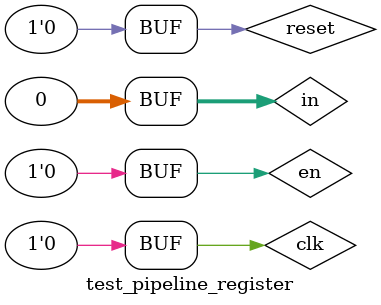
<source format=v>
`timescale 1ns / 1ps


module test_pipeline_register;

	// Inputs
	reg [31:0] in;
	reg reset;
	reg clk;
	reg en;

	// Outputs
	wire [31:0] out;

	// Instantiate the Unit Under Test (UUT)
	pipeline_register uut (
		.in(in), 
		.out(out), 
		.reset(reset), 
		.clk(clk), 
		.en(en)
	);

	initial begin
		// Initialize Inputs
		in = 0;
		reset = 0;
		clk = 0;
		en = 0;

		// Wait 100 ns for global reset to finish
		#100;
        
		// Add stimulus here

	end
      
endmodule


</source>
